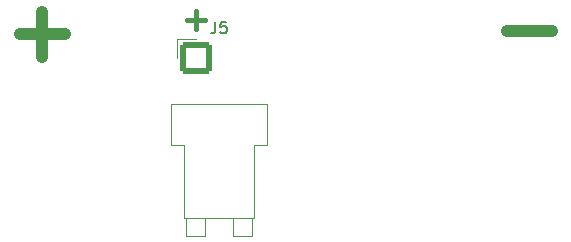
<source format=gbr>
%TF.GenerationSoftware,KiCad,Pcbnew,9.0.3*%
%TF.CreationDate,2025-08-09T18:03:13+09:00*%
%TF.ProjectId,power_circuit_2,706f7765-725f-4636-9972-637569745f32,rev?*%
%TF.SameCoordinates,Original*%
%TF.FileFunction,Legend,Top*%
%TF.FilePolarity,Positive*%
%FSLAX46Y46*%
G04 Gerber Fmt 4.6, Leading zero omitted, Abs format (unit mm)*
G04 Created by KiCad (PCBNEW 9.0.3) date 2025-08-09 18:03:13*
%MOMM*%
%LPD*%
G01*
G04 APERTURE LIST*
G04 Aperture macros list*
%AMRoundRect*
0 Rectangle with rounded corners*
0 $1 Rounding radius*
0 $2 $3 $4 $5 $6 $7 $8 $9 X,Y pos of 4 corners*
0 Add a 4 corners polygon primitive as box body*
4,1,4,$2,$3,$4,$5,$6,$7,$8,$9,$2,$3,0*
0 Add four circle primitives for the rounded corners*
1,1,$1+$1,$2,$3*
1,1,$1+$1,$4,$5*
1,1,$1+$1,$6,$7*
1,1,$1+$1,$8,$9*
0 Add four rect primitives between the rounded corners*
20,1,$1+$1,$2,$3,$4,$5,0*
20,1,$1+$1,$4,$5,$6,$7,0*
20,1,$1+$1,$6,$7,$8,$9,0*
20,1,$1+$1,$8,$9,$2,$3,0*%
G04 Aperture macros list end*
%ADD10C,0.400000*%
%ADD11C,1.000000*%
%ADD12C,0.150000*%
%ADD13C,0.120000*%
%ADD14C,5.600000*%
%ADD15RoundRect,0.250001X-1.099999X-1.099999X1.099999X-1.099999X1.099999X1.099999X-1.099999X1.099999X0*%
%ADD16C,2.700000*%
%ADD17R,0.900000X2.000000*%
%ADD18RoundRect,1.025000X1.025000X1.025000X-1.025000X1.025000X-1.025000X-1.025000X1.025000X-1.025000X0*%
%ADD19C,4.100000*%
G04 APERTURE END LIST*
D10*
X120239347Y-135222533D02*
X121763157Y-135222533D01*
X121001252Y-135984438D02*
X121001252Y-134460628D01*
D11*
X147348370Y-136181333D02*
X151157894Y-136181333D01*
X106098370Y-136431333D02*
X109907894Y-136431333D01*
X108003132Y-138336095D02*
X108003132Y-134526571D01*
D12*
X122666666Y-135379819D02*
X122666666Y-136094104D01*
X122666666Y-136094104D02*
X122619047Y-136236961D01*
X122619047Y-136236961D02*
X122523809Y-136332200D01*
X122523809Y-136332200D02*
X122380952Y-136379819D01*
X122380952Y-136379819D02*
X122285714Y-136379819D01*
X123619047Y-135379819D02*
X123142857Y-135379819D01*
X123142857Y-135379819D02*
X123095238Y-135856009D01*
X123095238Y-135856009D02*
X123142857Y-135808390D01*
X123142857Y-135808390D02*
X123238095Y-135760771D01*
X123238095Y-135760771D02*
X123476190Y-135760771D01*
X123476190Y-135760771D02*
X123571428Y-135808390D01*
X123571428Y-135808390D02*
X123619047Y-135856009D01*
X123619047Y-135856009D02*
X123666666Y-135951247D01*
X123666666Y-135951247D02*
X123666666Y-136189342D01*
X123666666Y-136189342D02*
X123619047Y-136284580D01*
X123619047Y-136284580D02*
X123571428Y-136332200D01*
X123571428Y-136332200D02*
X123476190Y-136379819D01*
X123476190Y-136379819D02*
X123238095Y-136379819D01*
X123238095Y-136379819D02*
X123142857Y-136332200D01*
X123142857Y-136332200D02*
X123095238Y-136284580D01*
D13*
%TO.C,J5*%
X118960000Y-142365000D02*
X127040000Y-142365000D01*
X118960000Y-145785000D02*
X118960000Y-142365000D01*
X119410000Y-136865000D02*
X119410000Y-138475000D01*
X120010000Y-145785000D02*
X118960000Y-145785000D01*
X120010000Y-151985000D02*
X120010000Y-145785000D01*
X120200000Y-151985000D02*
X120200000Y-153485000D01*
X120200000Y-153485000D02*
X121840000Y-153485000D01*
X121020000Y-136865000D02*
X119410000Y-136865000D01*
X121840000Y-153485000D02*
X121840000Y-151985000D01*
X124160000Y-151985000D02*
X124160000Y-153485000D01*
X124160000Y-153485000D02*
X125800000Y-153485000D01*
X125800000Y-153485000D02*
X125800000Y-151985000D01*
X125990000Y-145785000D02*
X125990000Y-151985000D01*
X125990000Y-151985000D02*
X120010000Y-151985000D01*
X127040000Y-142365000D02*
X127040000Y-145785000D01*
X127040000Y-145785000D02*
X125990000Y-145785000D01*
%TD*%
%LPC*%
D14*
%TO.C,+1*%
X114250000Y-136250000D03*
%TD*%
%TO.C,-1*%
X142250000Y-136250000D03*
%TD*%
D15*
%TO.C,J5*%
X121020000Y-138475000D03*
D16*
X124980000Y-138475000D03*
%TD*%
D17*
%TO.C,J4*%
X163750000Y-119650000D03*
X150250000Y-119650000D03*
D18*
X153400000Y-125650000D03*
D19*
X160600000Y-125650000D03*
%TD*%
D17*
%TO.C,J3*%
X145750000Y-119650000D03*
X132250000Y-119650000D03*
D18*
X135400000Y-125650000D03*
D19*
X142600000Y-125650000D03*
%TD*%
D17*
%TO.C,J1*%
X109750000Y-119650000D03*
X96250000Y-119650000D03*
D18*
X99400000Y-125650000D03*
D19*
X106600000Y-125650000D03*
%TD*%
D17*
%TO.C,J2*%
X127750000Y-119650000D03*
X114250000Y-119650000D03*
D18*
X117400000Y-125650000D03*
D19*
X124600000Y-125650000D03*
%TD*%
%LPD*%
M02*

</source>
